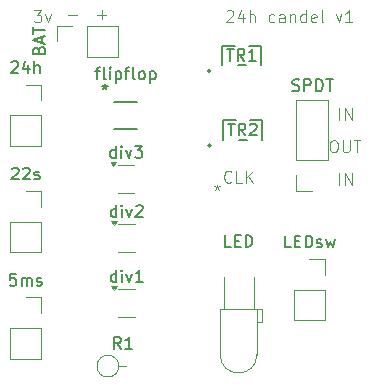
<source format=gbr>
%TF.GenerationSoftware,KiCad,Pcbnew,8.0.2-8.0.2-0~ubuntu22.04.1*%
%TF.CreationDate,2024-05-29T00:58:32-04:00*%
%TF.ProjectId,candel24h_v1,63616e64-656c-4323-9468-5f76312e6b69,rev?*%
%TF.SameCoordinates,Original*%
%TF.FileFunction,Legend,Top*%
%TF.FilePolarity,Positive*%
%FSLAX46Y46*%
G04 Gerber Fmt 4.6, Leading zero omitted, Abs format (unit mm)*
G04 Created by KiCad (PCBNEW 8.0.2-8.0.2-0~ubuntu22.04.1) date 2024-05-29 00:58:32*
%MOMM*%
%LPD*%
G01*
G04 APERTURE LIST*
%ADD10C,0.100000*%
%ADD11C,0.150000*%
%ADD12C,0.120000*%
%ADD13C,0.152400*%
G04 APERTURE END LIST*
D10*
X142506265Y-52467657D02*
X142553884Y-52420038D01*
X142553884Y-52420038D02*
X142649122Y-52372419D01*
X142649122Y-52372419D02*
X142887217Y-52372419D01*
X142887217Y-52372419D02*
X142982455Y-52420038D01*
X142982455Y-52420038D02*
X143030074Y-52467657D01*
X143030074Y-52467657D02*
X143077693Y-52562895D01*
X143077693Y-52562895D02*
X143077693Y-52658133D01*
X143077693Y-52658133D02*
X143030074Y-52800990D01*
X143030074Y-52800990D02*
X142458646Y-53372419D01*
X142458646Y-53372419D02*
X143077693Y-53372419D01*
X143934836Y-52705752D02*
X143934836Y-53372419D01*
X143696741Y-52324800D02*
X143458646Y-53039085D01*
X143458646Y-53039085D02*
X144077693Y-53039085D01*
X144458646Y-53372419D02*
X144458646Y-52372419D01*
X144887217Y-53372419D02*
X144887217Y-52848609D01*
X144887217Y-52848609D02*
X144839598Y-52753371D01*
X144839598Y-52753371D02*
X144744360Y-52705752D01*
X144744360Y-52705752D02*
X144601503Y-52705752D01*
X144601503Y-52705752D02*
X144506265Y-52753371D01*
X144506265Y-52753371D02*
X144458646Y-52800990D01*
X146553884Y-53324800D02*
X146458646Y-53372419D01*
X146458646Y-53372419D02*
X146268170Y-53372419D01*
X146268170Y-53372419D02*
X146172932Y-53324800D01*
X146172932Y-53324800D02*
X146125313Y-53277180D01*
X146125313Y-53277180D02*
X146077694Y-53181942D01*
X146077694Y-53181942D02*
X146077694Y-52896228D01*
X146077694Y-52896228D02*
X146125313Y-52800990D01*
X146125313Y-52800990D02*
X146172932Y-52753371D01*
X146172932Y-52753371D02*
X146268170Y-52705752D01*
X146268170Y-52705752D02*
X146458646Y-52705752D01*
X146458646Y-52705752D02*
X146553884Y-52753371D01*
X147411027Y-53372419D02*
X147411027Y-52848609D01*
X147411027Y-52848609D02*
X147363408Y-52753371D01*
X147363408Y-52753371D02*
X147268170Y-52705752D01*
X147268170Y-52705752D02*
X147077694Y-52705752D01*
X147077694Y-52705752D02*
X146982456Y-52753371D01*
X147411027Y-53324800D02*
X147315789Y-53372419D01*
X147315789Y-53372419D02*
X147077694Y-53372419D01*
X147077694Y-53372419D02*
X146982456Y-53324800D01*
X146982456Y-53324800D02*
X146934837Y-53229561D01*
X146934837Y-53229561D02*
X146934837Y-53134323D01*
X146934837Y-53134323D02*
X146982456Y-53039085D01*
X146982456Y-53039085D02*
X147077694Y-52991466D01*
X147077694Y-52991466D02*
X147315789Y-52991466D01*
X147315789Y-52991466D02*
X147411027Y-52943847D01*
X147887218Y-52705752D02*
X147887218Y-53372419D01*
X147887218Y-52800990D02*
X147934837Y-52753371D01*
X147934837Y-52753371D02*
X148030075Y-52705752D01*
X148030075Y-52705752D02*
X148172932Y-52705752D01*
X148172932Y-52705752D02*
X148268170Y-52753371D01*
X148268170Y-52753371D02*
X148315789Y-52848609D01*
X148315789Y-52848609D02*
X148315789Y-53372419D01*
X149220551Y-53372419D02*
X149220551Y-52372419D01*
X149220551Y-53324800D02*
X149125313Y-53372419D01*
X149125313Y-53372419D02*
X148934837Y-53372419D01*
X148934837Y-53372419D02*
X148839599Y-53324800D01*
X148839599Y-53324800D02*
X148791980Y-53277180D01*
X148791980Y-53277180D02*
X148744361Y-53181942D01*
X148744361Y-53181942D02*
X148744361Y-52896228D01*
X148744361Y-52896228D02*
X148791980Y-52800990D01*
X148791980Y-52800990D02*
X148839599Y-52753371D01*
X148839599Y-52753371D02*
X148934837Y-52705752D01*
X148934837Y-52705752D02*
X149125313Y-52705752D01*
X149125313Y-52705752D02*
X149220551Y-52753371D01*
X150077694Y-53324800D02*
X149982456Y-53372419D01*
X149982456Y-53372419D02*
X149791980Y-53372419D01*
X149791980Y-53372419D02*
X149696742Y-53324800D01*
X149696742Y-53324800D02*
X149649123Y-53229561D01*
X149649123Y-53229561D02*
X149649123Y-52848609D01*
X149649123Y-52848609D02*
X149696742Y-52753371D01*
X149696742Y-52753371D02*
X149791980Y-52705752D01*
X149791980Y-52705752D02*
X149982456Y-52705752D01*
X149982456Y-52705752D02*
X150077694Y-52753371D01*
X150077694Y-52753371D02*
X150125313Y-52848609D01*
X150125313Y-52848609D02*
X150125313Y-52943847D01*
X150125313Y-52943847D02*
X149649123Y-53039085D01*
X150696742Y-53372419D02*
X150601504Y-53324800D01*
X150601504Y-53324800D02*
X150553885Y-53229561D01*
X150553885Y-53229561D02*
X150553885Y-52372419D01*
X151744362Y-52705752D02*
X151982457Y-53372419D01*
X151982457Y-53372419D02*
X152220552Y-52705752D01*
X153125314Y-53372419D02*
X152553886Y-53372419D01*
X152839600Y-53372419D02*
X152839600Y-52372419D01*
X152839600Y-52372419D02*
X152744362Y-52515276D01*
X152744362Y-52515276D02*
X152649124Y-52610514D01*
X152649124Y-52610514D02*
X152553886Y-52658133D01*
X141696741Y-67122419D02*
X141696741Y-67360514D01*
X141458646Y-67265276D02*
X141696741Y-67360514D01*
X141696741Y-67360514D02*
X141934836Y-67265276D01*
X141553884Y-67550990D02*
X141696741Y-67360514D01*
X141696741Y-67360514D02*
X141839598Y-67550990D01*
X151494360Y-63372419D02*
X151684836Y-63372419D01*
X151684836Y-63372419D02*
X151780074Y-63420038D01*
X151780074Y-63420038D02*
X151875312Y-63515276D01*
X151875312Y-63515276D02*
X151922931Y-63705752D01*
X151922931Y-63705752D02*
X151922931Y-64039085D01*
X151922931Y-64039085D02*
X151875312Y-64229561D01*
X151875312Y-64229561D02*
X151780074Y-64324800D01*
X151780074Y-64324800D02*
X151684836Y-64372419D01*
X151684836Y-64372419D02*
X151494360Y-64372419D01*
X151494360Y-64372419D02*
X151399122Y-64324800D01*
X151399122Y-64324800D02*
X151303884Y-64229561D01*
X151303884Y-64229561D02*
X151256265Y-64039085D01*
X151256265Y-64039085D02*
X151256265Y-63705752D01*
X151256265Y-63705752D02*
X151303884Y-63515276D01*
X151303884Y-63515276D02*
X151399122Y-63420038D01*
X151399122Y-63420038D02*
X151494360Y-63372419D01*
X152351503Y-63372419D02*
X152351503Y-64181942D01*
X152351503Y-64181942D02*
X152399122Y-64277180D01*
X152399122Y-64277180D02*
X152446741Y-64324800D01*
X152446741Y-64324800D02*
X152541979Y-64372419D01*
X152541979Y-64372419D02*
X152732455Y-64372419D01*
X152732455Y-64372419D02*
X152827693Y-64324800D01*
X152827693Y-64324800D02*
X152875312Y-64277180D01*
X152875312Y-64277180D02*
X152922931Y-64181942D01*
X152922931Y-64181942D02*
X152922931Y-63372419D01*
X153256265Y-63372419D02*
X153827693Y-63372419D01*
X153541979Y-64372419D02*
X153541979Y-63372419D01*
X152053884Y-67122419D02*
X152053884Y-66122419D01*
X152530074Y-67122419D02*
X152530074Y-66122419D01*
X152530074Y-66122419D02*
X153101502Y-67122419D01*
X153101502Y-67122419D02*
X153101502Y-66122419D01*
X152053884Y-61622419D02*
X152053884Y-60622419D01*
X152530074Y-61622419D02*
X152530074Y-60622419D01*
X152530074Y-60622419D02*
X153101502Y-61622419D01*
X153101502Y-61622419D02*
X153101502Y-60622419D01*
X126208646Y-52372419D02*
X126827693Y-52372419D01*
X126827693Y-52372419D02*
X126494360Y-52753371D01*
X126494360Y-52753371D02*
X126637217Y-52753371D01*
X126637217Y-52753371D02*
X126732455Y-52800990D01*
X126732455Y-52800990D02*
X126780074Y-52848609D01*
X126780074Y-52848609D02*
X126827693Y-52943847D01*
X126827693Y-52943847D02*
X126827693Y-53181942D01*
X126827693Y-53181942D02*
X126780074Y-53277180D01*
X126780074Y-53277180D02*
X126732455Y-53324800D01*
X126732455Y-53324800D02*
X126637217Y-53372419D01*
X126637217Y-53372419D02*
X126351503Y-53372419D01*
X126351503Y-53372419D02*
X126256265Y-53324800D01*
X126256265Y-53324800D02*
X126208646Y-53277180D01*
X127161027Y-52705752D02*
X127399122Y-53372419D01*
X127399122Y-53372419D02*
X127637217Y-52705752D01*
X129053884Y-52741466D02*
X129815789Y-52741466D01*
X131553884Y-52741466D02*
X132315789Y-52741466D01*
X131934836Y-53122419D02*
X131934836Y-52360514D01*
D11*
X147953571Y-72434819D02*
X147477381Y-72434819D01*
X147477381Y-72434819D02*
X147477381Y-71434819D01*
X148286905Y-71911009D02*
X148620238Y-71911009D01*
X148763095Y-72434819D02*
X148286905Y-72434819D01*
X148286905Y-72434819D02*
X148286905Y-71434819D01*
X148286905Y-71434819D02*
X148763095Y-71434819D01*
X149191667Y-72434819D02*
X149191667Y-71434819D01*
X149191667Y-71434819D02*
X149429762Y-71434819D01*
X149429762Y-71434819D02*
X149572619Y-71482438D01*
X149572619Y-71482438D02*
X149667857Y-71577676D01*
X149667857Y-71577676D02*
X149715476Y-71672914D01*
X149715476Y-71672914D02*
X149763095Y-71863390D01*
X149763095Y-71863390D02*
X149763095Y-72006247D01*
X149763095Y-72006247D02*
X149715476Y-72196723D01*
X149715476Y-72196723D02*
X149667857Y-72291961D01*
X149667857Y-72291961D02*
X149572619Y-72387200D01*
X149572619Y-72387200D02*
X149429762Y-72434819D01*
X149429762Y-72434819D02*
X149191667Y-72434819D01*
X150144048Y-72387200D02*
X150239286Y-72434819D01*
X150239286Y-72434819D02*
X150429762Y-72434819D01*
X150429762Y-72434819D02*
X150525000Y-72387200D01*
X150525000Y-72387200D02*
X150572619Y-72291961D01*
X150572619Y-72291961D02*
X150572619Y-72244342D01*
X150572619Y-72244342D02*
X150525000Y-72149104D01*
X150525000Y-72149104D02*
X150429762Y-72101485D01*
X150429762Y-72101485D02*
X150286905Y-72101485D01*
X150286905Y-72101485D02*
X150191667Y-72053866D01*
X150191667Y-72053866D02*
X150144048Y-71958628D01*
X150144048Y-71958628D02*
X150144048Y-71911009D01*
X150144048Y-71911009D02*
X150191667Y-71815771D01*
X150191667Y-71815771D02*
X150286905Y-71768152D01*
X150286905Y-71768152D02*
X150429762Y-71768152D01*
X150429762Y-71768152D02*
X150525000Y-71815771D01*
X150905953Y-71768152D02*
X151096429Y-72434819D01*
X151096429Y-72434819D02*
X151286905Y-71958628D01*
X151286905Y-71958628D02*
X151477381Y-72434819D01*
X151477381Y-72434819D02*
X151667857Y-71768152D01*
X124666666Y-74684819D02*
X124190476Y-74684819D01*
X124190476Y-74684819D02*
X124142857Y-75161009D01*
X124142857Y-75161009D02*
X124190476Y-75113390D01*
X124190476Y-75113390D02*
X124285714Y-75065771D01*
X124285714Y-75065771D02*
X124523809Y-75065771D01*
X124523809Y-75065771D02*
X124619047Y-75113390D01*
X124619047Y-75113390D02*
X124666666Y-75161009D01*
X124666666Y-75161009D02*
X124714285Y-75256247D01*
X124714285Y-75256247D02*
X124714285Y-75494342D01*
X124714285Y-75494342D02*
X124666666Y-75589580D01*
X124666666Y-75589580D02*
X124619047Y-75637200D01*
X124619047Y-75637200D02*
X124523809Y-75684819D01*
X124523809Y-75684819D02*
X124285714Y-75684819D01*
X124285714Y-75684819D02*
X124190476Y-75637200D01*
X124190476Y-75637200D02*
X124142857Y-75589580D01*
X125142857Y-75684819D02*
X125142857Y-75018152D01*
X125142857Y-75113390D02*
X125190476Y-75065771D01*
X125190476Y-75065771D02*
X125285714Y-75018152D01*
X125285714Y-75018152D02*
X125428571Y-75018152D01*
X125428571Y-75018152D02*
X125523809Y-75065771D01*
X125523809Y-75065771D02*
X125571428Y-75161009D01*
X125571428Y-75161009D02*
X125571428Y-75684819D01*
X125571428Y-75161009D02*
X125619047Y-75065771D01*
X125619047Y-75065771D02*
X125714285Y-75018152D01*
X125714285Y-75018152D02*
X125857142Y-75018152D01*
X125857142Y-75018152D02*
X125952381Y-75065771D01*
X125952381Y-75065771D02*
X126000000Y-75161009D01*
X126000000Y-75161009D02*
X126000000Y-75684819D01*
X126428571Y-75637200D02*
X126523809Y-75684819D01*
X126523809Y-75684819D02*
X126714285Y-75684819D01*
X126714285Y-75684819D02*
X126809523Y-75637200D01*
X126809523Y-75637200D02*
X126857142Y-75541961D01*
X126857142Y-75541961D02*
X126857142Y-75494342D01*
X126857142Y-75494342D02*
X126809523Y-75399104D01*
X126809523Y-75399104D02*
X126714285Y-75351485D01*
X126714285Y-75351485D02*
X126571428Y-75351485D01*
X126571428Y-75351485D02*
X126476190Y-75303866D01*
X126476190Y-75303866D02*
X126428571Y-75208628D01*
X126428571Y-75208628D02*
X126428571Y-75161009D01*
X126428571Y-75161009D02*
X126476190Y-75065771D01*
X126476190Y-75065771D02*
X126571428Y-75018152D01*
X126571428Y-75018152D02*
X126714285Y-75018152D01*
X126714285Y-75018152D02*
X126809523Y-75065771D01*
X124333333Y-65780057D02*
X124380952Y-65732438D01*
X124380952Y-65732438D02*
X124476190Y-65684819D01*
X124476190Y-65684819D02*
X124714285Y-65684819D01*
X124714285Y-65684819D02*
X124809523Y-65732438D01*
X124809523Y-65732438D02*
X124857142Y-65780057D01*
X124857142Y-65780057D02*
X124904761Y-65875295D01*
X124904761Y-65875295D02*
X124904761Y-65970533D01*
X124904761Y-65970533D02*
X124857142Y-66113390D01*
X124857142Y-66113390D02*
X124285714Y-66684819D01*
X124285714Y-66684819D02*
X124904761Y-66684819D01*
X125285714Y-65780057D02*
X125333333Y-65732438D01*
X125333333Y-65732438D02*
X125428571Y-65684819D01*
X125428571Y-65684819D02*
X125666666Y-65684819D01*
X125666666Y-65684819D02*
X125761904Y-65732438D01*
X125761904Y-65732438D02*
X125809523Y-65780057D01*
X125809523Y-65780057D02*
X125857142Y-65875295D01*
X125857142Y-65875295D02*
X125857142Y-65970533D01*
X125857142Y-65970533D02*
X125809523Y-66113390D01*
X125809523Y-66113390D02*
X125238095Y-66684819D01*
X125238095Y-66684819D02*
X125857142Y-66684819D01*
X126238095Y-66637200D02*
X126333333Y-66684819D01*
X126333333Y-66684819D02*
X126523809Y-66684819D01*
X126523809Y-66684819D02*
X126619047Y-66637200D01*
X126619047Y-66637200D02*
X126666666Y-66541961D01*
X126666666Y-66541961D02*
X126666666Y-66494342D01*
X126666666Y-66494342D02*
X126619047Y-66399104D01*
X126619047Y-66399104D02*
X126523809Y-66351485D01*
X126523809Y-66351485D02*
X126380952Y-66351485D01*
X126380952Y-66351485D02*
X126285714Y-66303866D01*
X126285714Y-66303866D02*
X126238095Y-66208628D01*
X126238095Y-66208628D02*
X126238095Y-66161009D01*
X126238095Y-66161009D02*
X126285714Y-66065771D01*
X126285714Y-66065771D02*
X126380952Y-66018152D01*
X126380952Y-66018152D02*
X126523809Y-66018152D01*
X126523809Y-66018152D02*
X126619047Y-66065771D01*
X124285714Y-56780057D02*
X124333333Y-56732438D01*
X124333333Y-56732438D02*
X124428571Y-56684819D01*
X124428571Y-56684819D02*
X124666666Y-56684819D01*
X124666666Y-56684819D02*
X124761904Y-56732438D01*
X124761904Y-56732438D02*
X124809523Y-56780057D01*
X124809523Y-56780057D02*
X124857142Y-56875295D01*
X124857142Y-56875295D02*
X124857142Y-56970533D01*
X124857142Y-56970533D02*
X124809523Y-57113390D01*
X124809523Y-57113390D02*
X124238095Y-57684819D01*
X124238095Y-57684819D02*
X124857142Y-57684819D01*
X125714285Y-57018152D02*
X125714285Y-57684819D01*
X125476190Y-56637200D02*
X125238095Y-57351485D01*
X125238095Y-57351485D02*
X125857142Y-57351485D01*
X126238095Y-57684819D02*
X126238095Y-56684819D01*
X126666666Y-57684819D02*
X126666666Y-57161009D01*
X126666666Y-57161009D02*
X126619047Y-57065771D01*
X126619047Y-57065771D02*
X126523809Y-57018152D01*
X126523809Y-57018152D02*
X126380952Y-57018152D01*
X126380952Y-57018152D02*
X126285714Y-57065771D01*
X126285714Y-57065771D02*
X126238095Y-57113390D01*
X126621009Y-55738095D02*
X126668628Y-55595238D01*
X126668628Y-55595238D02*
X126716247Y-55547619D01*
X126716247Y-55547619D02*
X126811485Y-55500000D01*
X126811485Y-55500000D02*
X126954342Y-55500000D01*
X126954342Y-55500000D02*
X127049580Y-55547619D01*
X127049580Y-55547619D02*
X127097200Y-55595238D01*
X127097200Y-55595238D02*
X127144819Y-55690476D01*
X127144819Y-55690476D02*
X127144819Y-56071428D01*
X127144819Y-56071428D02*
X126144819Y-56071428D01*
X126144819Y-56071428D02*
X126144819Y-55738095D01*
X126144819Y-55738095D02*
X126192438Y-55642857D01*
X126192438Y-55642857D02*
X126240057Y-55595238D01*
X126240057Y-55595238D02*
X126335295Y-55547619D01*
X126335295Y-55547619D02*
X126430533Y-55547619D01*
X126430533Y-55547619D02*
X126525771Y-55595238D01*
X126525771Y-55595238D02*
X126573390Y-55642857D01*
X126573390Y-55642857D02*
X126621009Y-55738095D01*
X126621009Y-55738095D02*
X126621009Y-56071428D01*
X126859104Y-55119047D02*
X126859104Y-54642857D01*
X127144819Y-55214285D02*
X126144819Y-54880952D01*
X126144819Y-54880952D02*
X127144819Y-54547619D01*
X126144819Y-54357142D02*
X126144819Y-53785714D01*
X127144819Y-54071428D02*
X126144819Y-54071428D01*
X148083333Y-59157200D02*
X148226190Y-59204819D01*
X148226190Y-59204819D02*
X148464285Y-59204819D01*
X148464285Y-59204819D02*
X148559523Y-59157200D01*
X148559523Y-59157200D02*
X148607142Y-59109580D01*
X148607142Y-59109580D02*
X148654761Y-59014342D01*
X148654761Y-59014342D02*
X148654761Y-58919104D01*
X148654761Y-58919104D02*
X148607142Y-58823866D01*
X148607142Y-58823866D02*
X148559523Y-58776247D01*
X148559523Y-58776247D02*
X148464285Y-58728628D01*
X148464285Y-58728628D02*
X148273809Y-58681009D01*
X148273809Y-58681009D02*
X148178571Y-58633390D01*
X148178571Y-58633390D02*
X148130952Y-58585771D01*
X148130952Y-58585771D02*
X148083333Y-58490533D01*
X148083333Y-58490533D02*
X148083333Y-58395295D01*
X148083333Y-58395295D02*
X148130952Y-58300057D01*
X148130952Y-58300057D02*
X148178571Y-58252438D01*
X148178571Y-58252438D02*
X148273809Y-58204819D01*
X148273809Y-58204819D02*
X148511904Y-58204819D01*
X148511904Y-58204819D02*
X148654761Y-58252438D01*
X149083333Y-59204819D02*
X149083333Y-58204819D01*
X149083333Y-58204819D02*
X149464285Y-58204819D01*
X149464285Y-58204819D02*
X149559523Y-58252438D01*
X149559523Y-58252438D02*
X149607142Y-58300057D01*
X149607142Y-58300057D02*
X149654761Y-58395295D01*
X149654761Y-58395295D02*
X149654761Y-58538152D01*
X149654761Y-58538152D02*
X149607142Y-58633390D01*
X149607142Y-58633390D02*
X149559523Y-58681009D01*
X149559523Y-58681009D02*
X149464285Y-58728628D01*
X149464285Y-58728628D02*
X149083333Y-58728628D01*
X150083333Y-59204819D02*
X150083333Y-58204819D01*
X150083333Y-58204819D02*
X150321428Y-58204819D01*
X150321428Y-58204819D02*
X150464285Y-58252438D01*
X150464285Y-58252438D02*
X150559523Y-58347676D01*
X150559523Y-58347676D02*
X150607142Y-58442914D01*
X150607142Y-58442914D02*
X150654761Y-58633390D01*
X150654761Y-58633390D02*
X150654761Y-58776247D01*
X150654761Y-58776247D02*
X150607142Y-58966723D01*
X150607142Y-58966723D02*
X150559523Y-59061961D01*
X150559523Y-59061961D02*
X150464285Y-59157200D01*
X150464285Y-59157200D02*
X150321428Y-59204819D01*
X150321428Y-59204819D02*
X150083333Y-59204819D01*
X150940476Y-58204819D02*
X151511904Y-58204819D01*
X151226190Y-59204819D02*
X151226190Y-58204819D01*
D10*
X142904761Y-66862180D02*
X142857142Y-66909800D01*
X142857142Y-66909800D02*
X142714285Y-66957419D01*
X142714285Y-66957419D02*
X142619047Y-66957419D01*
X142619047Y-66957419D02*
X142476190Y-66909800D01*
X142476190Y-66909800D02*
X142380952Y-66814561D01*
X142380952Y-66814561D02*
X142333333Y-66719323D01*
X142333333Y-66719323D02*
X142285714Y-66528847D01*
X142285714Y-66528847D02*
X142285714Y-66385990D01*
X142285714Y-66385990D02*
X142333333Y-66195514D01*
X142333333Y-66195514D02*
X142380952Y-66100276D01*
X142380952Y-66100276D02*
X142476190Y-66005038D01*
X142476190Y-66005038D02*
X142619047Y-65957419D01*
X142619047Y-65957419D02*
X142714285Y-65957419D01*
X142714285Y-65957419D02*
X142857142Y-66005038D01*
X142857142Y-66005038D02*
X142904761Y-66052657D01*
X143809523Y-66957419D02*
X143333333Y-66957419D01*
X143333333Y-66957419D02*
X143333333Y-65957419D01*
X144142857Y-66957419D02*
X144142857Y-65957419D01*
X144714285Y-66957419D02*
X144285714Y-66385990D01*
X144714285Y-65957419D02*
X144142857Y-66528847D01*
D11*
X131404761Y-57538152D02*
X131785713Y-57538152D01*
X131547618Y-58204819D02*
X131547618Y-57347676D01*
X131547618Y-57347676D02*
X131595237Y-57252438D01*
X131595237Y-57252438D02*
X131690475Y-57204819D01*
X131690475Y-57204819D02*
X131785713Y-57204819D01*
X132261904Y-58204819D02*
X132166666Y-58157200D01*
X132166666Y-58157200D02*
X132119047Y-58061961D01*
X132119047Y-58061961D02*
X132119047Y-57204819D01*
X132642857Y-58204819D02*
X132642857Y-57538152D01*
X132642857Y-57204819D02*
X132595238Y-57252438D01*
X132595238Y-57252438D02*
X132642857Y-57300057D01*
X132642857Y-57300057D02*
X132690476Y-57252438D01*
X132690476Y-57252438D02*
X132642857Y-57204819D01*
X132642857Y-57204819D02*
X132642857Y-57300057D01*
X133119047Y-57538152D02*
X133119047Y-58538152D01*
X133119047Y-57585771D02*
X133214285Y-57538152D01*
X133214285Y-57538152D02*
X133404761Y-57538152D01*
X133404761Y-57538152D02*
X133499999Y-57585771D01*
X133499999Y-57585771D02*
X133547618Y-57633390D01*
X133547618Y-57633390D02*
X133595237Y-57728628D01*
X133595237Y-57728628D02*
X133595237Y-58014342D01*
X133595237Y-58014342D02*
X133547618Y-58109580D01*
X133547618Y-58109580D02*
X133499999Y-58157200D01*
X133499999Y-58157200D02*
X133404761Y-58204819D01*
X133404761Y-58204819D02*
X133214285Y-58204819D01*
X133214285Y-58204819D02*
X133119047Y-58157200D01*
X133880952Y-57538152D02*
X134261904Y-57538152D01*
X134023809Y-58204819D02*
X134023809Y-57347676D01*
X134023809Y-57347676D02*
X134071428Y-57252438D01*
X134071428Y-57252438D02*
X134166666Y-57204819D01*
X134166666Y-57204819D02*
X134261904Y-57204819D01*
X134738095Y-58204819D02*
X134642857Y-58157200D01*
X134642857Y-58157200D02*
X134595238Y-58061961D01*
X134595238Y-58061961D02*
X134595238Y-57204819D01*
X135261905Y-58204819D02*
X135166667Y-58157200D01*
X135166667Y-58157200D02*
X135119048Y-58109580D01*
X135119048Y-58109580D02*
X135071429Y-58014342D01*
X135071429Y-58014342D02*
X135071429Y-57728628D01*
X135071429Y-57728628D02*
X135119048Y-57633390D01*
X135119048Y-57633390D02*
X135166667Y-57585771D01*
X135166667Y-57585771D02*
X135261905Y-57538152D01*
X135261905Y-57538152D02*
X135404762Y-57538152D01*
X135404762Y-57538152D02*
X135500000Y-57585771D01*
X135500000Y-57585771D02*
X135547619Y-57633390D01*
X135547619Y-57633390D02*
X135595238Y-57728628D01*
X135595238Y-57728628D02*
X135595238Y-58014342D01*
X135595238Y-58014342D02*
X135547619Y-58109580D01*
X135547619Y-58109580D02*
X135500000Y-58157200D01*
X135500000Y-58157200D02*
X135404762Y-58204819D01*
X135404762Y-58204819D02*
X135261905Y-58204819D01*
X136023810Y-57538152D02*
X136023810Y-58538152D01*
X136023810Y-57585771D02*
X136119048Y-57538152D01*
X136119048Y-57538152D02*
X136309524Y-57538152D01*
X136309524Y-57538152D02*
X136404762Y-57585771D01*
X136404762Y-57585771D02*
X136452381Y-57633390D01*
X136452381Y-57633390D02*
X136500000Y-57728628D01*
X136500000Y-57728628D02*
X136500000Y-58014342D01*
X136500000Y-58014342D02*
X136452381Y-58109580D01*
X136452381Y-58109580D02*
X136404762Y-58157200D01*
X136404762Y-58157200D02*
X136309524Y-58204819D01*
X136309524Y-58204819D02*
X136119048Y-58204819D01*
X136119048Y-58204819D02*
X136023810Y-58157200D01*
X132190400Y-58612618D02*
X132190400Y-58850713D01*
X131952305Y-58755475D02*
X132190400Y-58850713D01*
X132190400Y-58850713D02*
X132428495Y-58755475D01*
X132047543Y-59041189D02*
X132190400Y-58850713D01*
X132190400Y-58850713D02*
X132333257Y-59041189D01*
X132190400Y-58612618D02*
X132190400Y-58850713D01*
X131952305Y-58755475D02*
X132190400Y-58850713D01*
X132190400Y-58850713D02*
X132428495Y-58755475D01*
X132047543Y-59041189D02*
X132190400Y-58850713D01*
X132190400Y-58850713D02*
X132333257Y-59041189D01*
X133169047Y-75354819D02*
X133169047Y-74354819D01*
X133169047Y-75307200D02*
X133073809Y-75354819D01*
X133073809Y-75354819D02*
X132883333Y-75354819D01*
X132883333Y-75354819D02*
X132788095Y-75307200D01*
X132788095Y-75307200D02*
X132740476Y-75259580D01*
X132740476Y-75259580D02*
X132692857Y-75164342D01*
X132692857Y-75164342D02*
X132692857Y-74878628D01*
X132692857Y-74878628D02*
X132740476Y-74783390D01*
X132740476Y-74783390D02*
X132788095Y-74735771D01*
X132788095Y-74735771D02*
X132883333Y-74688152D01*
X132883333Y-74688152D02*
X133073809Y-74688152D01*
X133073809Y-74688152D02*
X133169047Y-74735771D01*
X133645238Y-75354819D02*
X133645238Y-74688152D01*
X133645238Y-74354819D02*
X133597619Y-74402438D01*
X133597619Y-74402438D02*
X133645238Y-74450057D01*
X133645238Y-74450057D02*
X133692857Y-74402438D01*
X133692857Y-74402438D02*
X133645238Y-74354819D01*
X133645238Y-74354819D02*
X133645238Y-74450057D01*
X134026190Y-74688152D02*
X134264285Y-75354819D01*
X134264285Y-75354819D02*
X134502380Y-74688152D01*
X135407142Y-75354819D02*
X134835714Y-75354819D01*
X135121428Y-75354819D02*
X135121428Y-74354819D01*
X135121428Y-74354819D02*
X135026190Y-74497676D01*
X135026190Y-74497676D02*
X134930952Y-74592914D01*
X134930952Y-74592914D02*
X134835714Y-74640533D01*
X133119047Y-64854819D02*
X133119047Y-63854819D01*
X133119047Y-64807200D02*
X133023809Y-64854819D01*
X133023809Y-64854819D02*
X132833333Y-64854819D01*
X132833333Y-64854819D02*
X132738095Y-64807200D01*
X132738095Y-64807200D02*
X132690476Y-64759580D01*
X132690476Y-64759580D02*
X132642857Y-64664342D01*
X132642857Y-64664342D02*
X132642857Y-64378628D01*
X132642857Y-64378628D02*
X132690476Y-64283390D01*
X132690476Y-64283390D02*
X132738095Y-64235771D01*
X132738095Y-64235771D02*
X132833333Y-64188152D01*
X132833333Y-64188152D02*
X133023809Y-64188152D01*
X133023809Y-64188152D02*
X133119047Y-64235771D01*
X133595238Y-64854819D02*
X133595238Y-64188152D01*
X133595238Y-63854819D02*
X133547619Y-63902438D01*
X133547619Y-63902438D02*
X133595238Y-63950057D01*
X133595238Y-63950057D02*
X133642857Y-63902438D01*
X133642857Y-63902438D02*
X133595238Y-63854819D01*
X133595238Y-63854819D02*
X133595238Y-63950057D01*
X133976190Y-64188152D02*
X134214285Y-64854819D01*
X134214285Y-64854819D02*
X134452380Y-64188152D01*
X134738095Y-63854819D02*
X135357142Y-63854819D01*
X135357142Y-63854819D02*
X135023809Y-64235771D01*
X135023809Y-64235771D02*
X135166666Y-64235771D01*
X135166666Y-64235771D02*
X135261904Y-64283390D01*
X135261904Y-64283390D02*
X135309523Y-64331009D01*
X135309523Y-64331009D02*
X135357142Y-64426247D01*
X135357142Y-64426247D02*
X135357142Y-64664342D01*
X135357142Y-64664342D02*
X135309523Y-64759580D01*
X135309523Y-64759580D02*
X135261904Y-64807200D01*
X135261904Y-64807200D02*
X135166666Y-64854819D01*
X135166666Y-64854819D02*
X134880952Y-64854819D01*
X134880952Y-64854819D02*
X134785714Y-64807200D01*
X134785714Y-64807200D02*
X134738095Y-64759580D01*
X133169047Y-69854819D02*
X133169047Y-68854819D01*
X133169047Y-69807200D02*
X133073809Y-69854819D01*
X133073809Y-69854819D02*
X132883333Y-69854819D01*
X132883333Y-69854819D02*
X132788095Y-69807200D01*
X132788095Y-69807200D02*
X132740476Y-69759580D01*
X132740476Y-69759580D02*
X132692857Y-69664342D01*
X132692857Y-69664342D02*
X132692857Y-69378628D01*
X132692857Y-69378628D02*
X132740476Y-69283390D01*
X132740476Y-69283390D02*
X132788095Y-69235771D01*
X132788095Y-69235771D02*
X132883333Y-69188152D01*
X132883333Y-69188152D02*
X133073809Y-69188152D01*
X133073809Y-69188152D02*
X133169047Y-69235771D01*
X133645238Y-69854819D02*
X133645238Y-69188152D01*
X133645238Y-68854819D02*
X133597619Y-68902438D01*
X133597619Y-68902438D02*
X133645238Y-68950057D01*
X133645238Y-68950057D02*
X133692857Y-68902438D01*
X133692857Y-68902438D02*
X133645238Y-68854819D01*
X133645238Y-68854819D02*
X133645238Y-68950057D01*
X134026190Y-69188152D02*
X134264285Y-69854819D01*
X134264285Y-69854819D02*
X134502380Y-69188152D01*
X134835714Y-68950057D02*
X134883333Y-68902438D01*
X134883333Y-68902438D02*
X134978571Y-68854819D01*
X134978571Y-68854819D02*
X135216666Y-68854819D01*
X135216666Y-68854819D02*
X135311904Y-68902438D01*
X135311904Y-68902438D02*
X135359523Y-68950057D01*
X135359523Y-68950057D02*
X135407142Y-69045295D01*
X135407142Y-69045295D02*
X135407142Y-69140533D01*
X135407142Y-69140533D02*
X135359523Y-69283390D01*
X135359523Y-69283390D02*
X134788095Y-69854819D01*
X134788095Y-69854819D02*
X135407142Y-69854819D01*
X142621696Y-61954819D02*
X143193124Y-61954819D01*
X142907410Y-62954819D02*
X142907410Y-61954819D01*
X144097886Y-62954819D02*
X143764553Y-62478628D01*
X143526458Y-62954819D02*
X143526458Y-61954819D01*
X143526458Y-61954819D02*
X143907410Y-61954819D01*
X143907410Y-61954819D02*
X144002648Y-62002438D01*
X144002648Y-62002438D02*
X144050267Y-62050057D01*
X144050267Y-62050057D02*
X144097886Y-62145295D01*
X144097886Y-62145295D02*
X144097886Y-62288152D01*
X144097886Y-62288152D02*
X144050267Y-62383390D01*
X144050267Y-62383390D02*
X144002648Y-62431009D01*
X144002648Y-62431009D02*
X143907410Y-62478628D01*
X143907410Y-62478628D02*
X143526458Y-62478628D01*
X144478839Y-62050057D02*
X144526458Y-62002438D01*
X144526458Y-62002438D02*
X144621696Y-61954819D01*
X144621696Y-61954819D02*
X144859791Y-61954819D01*
X144859791Y-61954819D02*
X144955029Y-62002438D01*
X144955029Y-62002438D02*
X145002648Y-62050057D01*
X145002648Y-62050057D02*
X145050267Y-62145295D01*
X145050267Y-62145295D02*
X145050267Y-62240533D01*
X145050267Y-62240533D02*
X145002648Y-62383390D01*
X145002648Y-62383390D02*
X144431220Y-62954819D01*
X144431220Y-62954819D02*
X145050267Y-62954819D01*
X142535595Y-55638019D02*
X143107023Y-55638019D01*
X142821309Y-56638019D02*
X142821309Y-55638019D01*
X144011785Y-56638019D02*
X143678452Y-56161828D01*
X143440357Y-56638019D02*
X143440357Y-55638019D01*
X143440357Y-55638019D02*
X143821309Y-55638019D01*
X143821309Y-55638019D02*
X143916547Y-55685638D01*
X143916547Y-55685638D02*
X143964166Y-55733257D01*
X143964166Y-55733257D02*
X144011785Y-55828495D01*
X144011785Y-55828495D02*
X144011785Y-55971352D01*
X144011785Y-55971352D02*
X143964166Y-56066590D01*
X143964166Y-56066590D02*
X143916547Y-56114209D01*
X143916547Y-56114209D02*
X143821309Y-56161828D01*
X143821309Y-56161828D02*
X143440357Y-56161828D01*
X144964166Y-56638019D02*
X144392738Y-56638019D01*
X144678452Y-56638019D02*
X144678452Y-55638019D01*
X144678452Y-55638019D02*
X144583214Y-55780876D01*
X144583214Y-55780876D02*
X144487976Y-55876114D01*
X144487976Y-55876114D02*
X144392738Y-55923733D01*
X133563333Y-81034819D02*
X133230000Y-80558628D01*
X132991905Y-81034819D02*
X132991905Y-80034819D01*
X132991905Y-80034819D02*
X133372857Y-80034819D01*
X133372857Y-80034819D02*
X133468095Y-80082438D01*
X133468095Y-80082438D02*
X133515714Y-80130057D01*
X133515714Y-80130057D02*
X133563333Y-80225295D01*
X133563333Y-80225295D02*
X133563333Y-80368152D01*
X133563333Y-80368152D02*
X133515714Y-80463390D01*
X133515714Y-80463390D02*
X133468095Y-80511009D01*
X133468095Y-80511009D02*
X133372857Y-80558628D01*
X133372857Y-80558628D02*
X132991905Y-80558628D01*
X134515714Y-81034819D02*
X133944286Y-81034819D01*
X134230000Y-81034819D02*
X134230000Y-80034819D01*
X134230000Y-80034819D02*
X134134762Y-80177676D01*
X134134762Y-80177676D02*
X134039524Y-80272914D01*
X134039524Y-80272914D02*
X133944286Y-80320533D01*
X142877142Y-72394819D02*
X142400952Y-72394819D01*
X142400952Y-72394819D02*
X142400952Y-71394819D01*
X143210476Y-71871009D02*
X143543809Y-71871009D01*
X143686666Y-72394819D02*
X143210476Y-72394819D01*
X143210476Y-72394819D02*
X143210476Y-71394819D01*
X143210476Y-71394819D02*
X143686666Y-71394819D01*
X144115238Y-72394819D02*
X144115238Y-71394819D01*
X144115238Y-71394819D02*
X144353333Y-71394819D01*
X144353333Y-71394819D02*
X144496190Y-71442438D01*
X144496190Y-71442438D02*
X144591428Y-71537676D01*
X144591428Y-71537676D02*
X144639047Y-71632914D01*
X144639047Y-71632914D02*
X144686666Y-71823390D01*
X144686666Y-71823390D02*
X144686666Y-71966247D01*
X144686666Y-71966247D02*
X144639047Y-72156723D01*
X144639047Y-72156723D02*
X144591428Y-72251961D01*
X144591428Y-72251961D02*
X144496190Y-72347200D01*
X144496190Y-72347200D02*
X144353333Y-72394819D01*
X144353333Y-72394819D02*
X144115238Y-72394819D01*
D12*
%TO.C,LEDsw*%
X148195000Y-76020000D02*
X148195000Y-78620000D01*
X148195000Y-76020000D02*
X150855000Y-76020000D01*
X148195000Y-78620000D02*
X150855000Y-78620000D01*
X149525000Y-73420000D02*
X150855000Y-73420000D01*
X150855000Y-73420000D02*
X150855000Y-74750000D01*
X150855000Y-76020000D02*
X150855000Y-78620000D01*
%TO.C,5ms*%
X124170000Y-79270000D02*
X124170000Y-81870000D01*
X124170000Y-79270000D02*
X126830000Y-79270000D01*
X124170000Y-81870000D02*
X126830000Y-81870000D01*
X125500000Y-76670000D02*
X126830000Y-76670000D01*
X126830000Y-76670000D02*
X126830000Y-78000000D01*
X126830000Y-79270000D02*
X126830000Y-81870000D01*
%TO.C,22s*%
X124170000Y-70270000D02*
X124170000Y-72870000D01*
X124170000Y-70270000D02*
X126830000Y-70270000D01*
X124170000Y-72870000D02*
X126830000Y-72870000D01*
X125500000Y-67670000D02*
X126830000Y-67670000D01*
X126830000Y-67670000D02*
X126830000Y-69000000D01*
X126830000Y-70270000D02*
X126830000Y-72870000D01*
%TO.C,24h*%
X124170000Y-61270000D02*
X124170000Y-63870000D01*
X124170000Y-61270000D02*
X126830000Y-61270000D01*
X124170000Y-63870000D02*
X126830000Y-63870000D01*
X125500000Y-58670000D02*
X126830000Y-58670000D01*
X126830000Y-58670000D02*
X126830000Y-60000000D01*
X126830000Y-61270000D02*
X126830000Y-63870000D01*
%TO.C,BAT*%
X130730000Y-56330000D02*
X133330000Y-56330000D01*
X130730000Y-56330000D02*
X130730000Y-53670000D01*
X133330000Y-56330000D02*
X133330000Y-53670000D01*
X128130000Y-55000000D02*
X128130000Y-53670000D01*
X128130000Y-53670000D02*
X129460000Y-53670000D01*
X130730000Y-53670000D02*
X133330000Y-53670000D01*
%TO.C,SPDT*%
X151080000Y-65060000D02*
X151080000Y-59920000D01*
X151080000Y-65060000D02*
X148420000Y-65060000D01*
X151080000Y-59920000D02*
X148420000Y-59920000D01*
X149750000Y-67660000D02*
X148420000Y-67660000D01*
X148420000Y-67660000D02*
X148420000Y-66330000D01*
X148420000Y-65060000D02*
X148420000Y-59920000D01*
D13*
%TO.C,flipflop*%
X133005954Y-62376999D02*
X134938446Y-62376999D01*
X134938446Y-60122999D02*
X133005954Y-60122999D01*
D12*
%TO.C,div1*%
X133340000Y-75990000D02*
X134750000Y-75990000D01*
X133350000Y-78310000D02*
X134750000Y-78310000D01*
X132970000Y-76040000D02*
X132730000Y-75710000D01*
X133210000Y-75710000D01*
X132970000Y-76040000D01*
G36*
X132970000Y-76040000D02*
G01*
X132730000Y-75710000D01*
X133210000Y-75710000D01*
X132970000Y-76040000D01*
G37*
%TO.C,div3*%
X133290000Y-65490000D02*
X134700000Y-65490000D01*
X133300000Y-67810000D02*
X134700000Y-67810000D01*
X132920000Y-65540000D02*
X132680000Y-65210000D01*
X133160000Y-65210000D01*
X132920000Y-65540000D01*
G36*
X132920000Y-65540000D02*
G01*
X132680000Y-65210000D01*
X133160000Y-65210000D01*
X132920000Y-65540000D01*
G37*
%TO.C,div2*%
X133340000Y-70490000D02*
X134750000Y-70490000D01*
X133350000Y-72810000D02*
X134750000Y-72810000D01*
X132970000Y-70540000D02*
X132730000Y-70210000D01*
X133210000Y-70210000D01*
X132970000Y-70540000D01*
G36*
X132970000Y-70540000D02*
G01*
X132730000Y-70210000D01*
X133210000Y-70210000D01*
X132970000Y-70540000D01*
G37*
D13*
%TO.C,TR2*%
X141216601Y-63820800D02*
G75*
G02*
X140962601Y-63820800I-127000J0D01*
G01*
X140962601Y-63820800D02*
G75*
G02*
X141216601Y-63820800I127000J0D01*
G01*
X143543241Y-63325500D02*
X144223961Y-63325500D01*
X145534601Y-63325500D02*
X145534601Y-61674500D01*
X145534601Y-61674500D02*
X144495741Y-61674500D01*
X142232601Y-61674500D02*
X142232601Y-63325500D01*
X143271461Y-61674500D02*
X142232601Y-61674500D01*
%TO.C,TR1*%
X141130500Y-57504000D02*
G75*
G02*
X140876500Y-57504000I-127000J0D01*
G01*
X140876500Y-57504000D02*
G75*
G02*
X141130500Y-57504000I127000J0D01*
G01*
X143457140Y-57008700D02*
X144137860Y-57008700D01*
X145448500Y-57008700D02*
X145448500Y-55357700D01*
X145448500Y-55357700D02*
X144409640Y-55357700D01*
X142146500Y-55357700D02*
X142146500Y-57008700D01*
X143185360Y-55357700D02*
X142146500Y-55357700D01*
D12*
%TO.C,R1*%
X133380000Y-82500000D02*
X134000000Y-82500000D01*
X133380000Y-82500000D02*
G75*
G02*
X131540000Y-82500000I-920000J0D01*
G01*
X131540000Y-82500000D02*
G75*
G02*
X133380000Y-82500000I920000J0D01*
G01*
%TO.C,LED*%
X141960000Y-77650000D02*
X141960000Y-81510000D01*
X141960000Y-77650000D02*
X145080000Y-77650000D01*
X142250000Y-74980000D02*
X142250000Y-74980000D01*
X142250000Y-74980000D02*
X142250000Y-77650000D01*
X142250000Y-77650000D02*
X142250000Y-74980000D01*
X142250000Y-77650000D02*
X142250000Y-77650000D01*
X144790000Y-74980000D02*
X144790000Y-74980000D01*
X144790000Y-74980000D02*
X144790000Y-77650000D01*
X144790000Y-77650000D02*
X144790000Y-74980000D01*
X144790000Y-77650000D02*
X144790000Y-77650000D01*
X145080000Y-77650000D02*
X145080000Y-81510000D01*
X145080000Y-77650000D02*
X145480000Y-77650000D01*
X145080000Y-78770000D02*
X145080000Y-77650000D01*
X145480000Y-77650000D02*
X145480000Y-78770000D01*
X145480000Y-78770000D02*
X145080000Y-78770000D01*
X145080000Y-81510000D02*
G75*
G02*
X141960000Y-81510000I-1560000J0D01*
G01*
%TD*%
M02*

</source>
